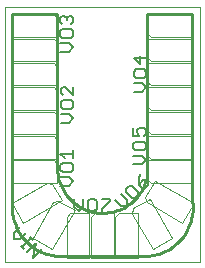
<source format=gto>
G75*
%MOIN*%
%OFA0B0*%
%FSLAX24Y24*%
%IPPOS*%
%LPD*%
%AMOC8*
5,1,8,0,0,1.08239X$1,22.5*
%
%ADD10C,0.0000*%
%ADD11C,0.0100*%
%ADD12C,0.0040*%
%ADD13C,0.0080*%
D10*
X002392Y002517D02*
X002392Y011017D01*
X008892Y011017D01*
X008892Y002517D01*
X002392Y002517D01*
D11*
X002642Y004517D02*
X002642Y010767D01*
X004142Y010767D01*
X004142Y005517D01*
X002641Y004517D02*
X002634Y004437D01*
X002631Y004357D01*
X002632Y004277D01*
X002637Y004198D01*
X002645Y004118D01*
X002658Y004039D01*
X002674Y003961D01*
X002694Y003884D01*
X002718Y003807D01*
X002746Y003732D01*
X002777Y003659D01*
X002812Y003587D01*
X002850Y003517D01*
X002892Y003448D01*
X002936Y003382D01*
X002985Y003319D01*
X003036Y003257D01*
X003090Y003198D01*
X003147Y003142D01*
X003206Y003089D01*
X003268Y003039D01*
X003333Y002991D01*
X003400Y002947D01*
X003468Y002907D01*
X003539Y002870D01*
X003611Y002836D01*
X003685Y002806D01*
X003761Y002779D01*
X003837Y002756D01*
X003915Y002737D01*
X003993Y002722D01*
X004072Y002710D01*
X004152Y002703D01*
X004232Y002699D01*
X004312Y002700D01*
X004392Y002704D01*
X006892Y002704D01*
X006891Y002704D02*
X006971Y002700D01*
X007051Y002699D01*
X007131Y002703D01*
X007211Y002710D01*
X007290Y002722D01*
X007368Y002737D01*
X007446Y002756D01*
X007522Y002779D01*
X007598Y002806D01*
X007672Y002836D01*
X007744Y002870D01*
X007815Y002907D01*
X007883Y002947D01*
X007950Y002991D01*
X008015Y003039D01*
X008077Y003089D01*
X008136Y003142D01*
X008193Y003198D01*
X008247Y003257D01*
X008298Y003319D01*
X008347Y003382D01*
X008391Y003448D01*
X008433Y003517D01*
X008471Y003587D01*
X008506Y003659D01*
X008537Y003732D01*
X008565Y003807D01*
X008589Y003884D01*
X008609Y003961D01*
X008625Y004039D01*
X008638Y004118D01*
X008646Y004198D01*
X008651Y004277D01*
X008652Y004357D01*
X008649Y004437D01*
X008642Y004517D01*
X008642Y010767D01*
X007142Y010767D01*
X007142Y005454D01*
X007130Y005379D01*
X007114Y005305D01*
X007095Y005231D01*
X007072Y005159D01*
X007045Y005087D01*
X007015Y005018D01*
X006982Y004949D01*
X006945Y004883D01*
X006904Y004819D01*
X006861Y004756D01*
X006814Y004696D01*
X006764Y004639D01*
X006712Y004584D01*
X006657Y004531D01*
X006599Y004482D01*
X006539Y004435D01*
X006477Y004392D01*
X006412Y004351D01*
X006346Y004315D01*
X006278Y004281D01*
X006208Y004251D01*
X006137Y004224D01*
X006064Y004201D01*
X005991Y004182D01*
X005916Y004167D01*
X005841Y004155D01*
X005765Y004147D01*
X005690Y004143D01*
X005614Y004142D01*
X005538Y004146D01*
X005462Y004153D01*
X005387Y004164D01*
X005312Y004179D01*
X005238Y004198D01*
X005166Y004220D01*
X005094Y004246D01*
X005024Y004275D01*
X004956Y004308D01*
X004889Y004345D01*
X004824Y004385D01*
X004761Y004427D01*
X004701Y004473D01*
X004643Y004522D01*
X004587Y004574D01*
X004534Y004629D01*
X004484Y004686D01*
X004437Y004746D01*
X004393Y004808D01*
X004352Y004872D01*
X004315Y004938D01*
X004280Y005006D01*
X004249Y005075D01*
X004222Y005146D01*
X004199Y005218D01*
X004179Y005292D01*
X004162Y005366D01*
X004150Y005441D01*
X004141Y005517D01*
D12*
X004142Y005767D02*
X004017Y005892D01*
X002642Y005892D01*
X002642Y005142D01*
X004142Y005142D01*
X004142Y005767D01*
X004142Y005954D02*
X002642Y005954D01*
X002642Y006704D01*
X004017Y006704D01*
X004142Y006579D01*
X004142Y005954D01*
X003979Y005108D02*
X003808Y005154D01*
X002617Y004466D01*
X002992Y003817D01*
X004291Y004567D01*
X003979Y005108D01*
X004175Y004541D02*
X004004Y004495D01*
X003317Y003305D01*
X003966Y002930D01*
X004716Y004229D01*
X004175Y004541D01*
X004579Y004142D02*
X004454Y004017D01*
X004454Y002642D01*
X005204Y002642D01*
X005204Y004142D01*
X004579Y004142D01*
X005267Y004017D02*
X005392Y004142D01*
X006017Y004142D01*
X006017Y002642D01*
X005267Y002642D01*
X005267Y004017D01*
X006079Y004017D02*
X006204Y004142D01*
X006829Y004142D01*
X006829Y002642D01*
X006079Y002642D01*
X006079Y004017D01*
X006629Y004120D02*
X006675Y004291D01*
X007216Y004604D01*
X007966Y003305D01*
X007317Y002930D01*
X006629Y004120D01*
X007117Y004504D02*
X007071Y004675D01*
X007384Y005216D01*
X008683Y004466D01*
X008308Y003817D01*
X007117Y004504D01*
X007267Y005142D02*
X007142Y005267D01*
X007142Y005892D01*
X008642Y005892D01*
X008642Y005142D01*
X007267Y005142D01*
X007267Y005954D02*
X007142Y006079D01*
X007142Y006704D01*
X008642Y006704D01*
X008642Y005954D01*
X007267Y005954D01*
X007267Y006767D02*
X007142Y006892D01*
X007142Y007517D01*
X008642Y007517D01*
X008642Y006767D01*
X007267Y006767D01*
X007267Y007579D02*
X007142Y007704D01*
X007142Y008329D01*
X008642Y008329D01*
X008642Y007579D01*
X007267Y007579D01*
X007267Y008392D02*
X007142Y008517D01*
X007142Y009142D01*
X008642Y009142D01*
X008642Y008392D01*
X007267Y008392D01*
X007267Y009204D02*
X007142Y009329D01*
X007142Y009954D01*
X008642Y009954D01*
X008642Y009204D01*
X007267Y009204D01*
X007267Y010017D02*
X007142Y010142D01*
X007142Y010767D01*
X008642Y010767D01*
X008642Y010017D01*
X007267Y010017D01*
X004142Y010017D02*
X002642Y010017D01*
X002642Y010767D01*
X004017Y010767D01*
X004142Y010642D01*
X004142Y010017D01*
X004017Y009954D02*
X004142Y009829D01*
X004142Y009204D01*
X002642Y009204D01*
X002642Y009954D01*
X004017Y009954D01*
X004017Y009142D02*
X004142Y009017D01*
X004142Y008392D01*
X002642Y008392D01*
X002642Y009142D01*
X004017Y009142D01*
X004017Y008329D02*
X004142Y008204D01*
X004142Y007579D01*
X002642Y007579D01*
X002642Y008329D01*
X004017Y008329D01*
X004017Y007517D02*
X004142Y007392D01*
X004142Y006767D01*
X002642Y006767D01*
X002642Y007517D01*
X004017Y007517D01*
D13*
X004256Y007431D02*
X004537Y007431D01*
X004677Y007291D01*
X004537Y007150D01*
X004256Y007150D01*
X004326Y007611D02*
X004256Y007681D01*
X004256Y007821D01*
X004326Y007891D01*
X004607Y007891D01*
X004677Y007821D01*
X004677Y007681D01*
X004607Y007611D01*
X004326Y007611D01*
X004326Y008071D02*
X004256Y008141D01*
X004256Y008281D01*
X004326Y008352D01*
X004396Y008352D01*
X004677Y008071D01*
X004677Y008352D01*
X004516Y009519D02*
X004235Y009519D01*
X004235Y009799D02*
X004516Y009799D01*
X004656Y009659D01*
X004516Y009519D01*
X004586Y009980D02*
X004305Y009980D01*
X004235Y010050D01*
X004235Y010190D01*
X004305Y010260D01*
X004586Y010260D01*
X004656Y010190D01*
X004656Y010050D01*
X004586Y009980D01*
X004586Y010440D02*
X004656Y010510D01*
X004656Y010650D01*
X004586Y010720D01*
X004516Y010720D01*
X004446Y010650D01*
X004446Y010580D01*
X004446Y010650D02*
X004376Y010720D01*
X004305Y010720D01*
X004235Y010650D01*
X004235Y010510D01*
X004305Y010440D01*
X006681Y009313D02*
X006891Y009102D01*
X006891Y009383D01*
X006681Y009313D02*
X007102Y009313D01*
X007032Y008922D02*
X006751Y008922D01*
X006681Y008852D01*
X006681Y008712D01*
X006751Y008642D01*
X007032Y008642D01*
X007102Y008712D01*
X007102Y008852D01*
X007032Y008922D01*
X006962Y008462D02*
X006681Y008462D01*
X006681Y008182D02*
X006962Y008182D01*
X007102Y008322D01*
X006962Y008462D01*
X007019Y006970D02*
X006879Y006970D01*
X006809Y006900D01*
X006809Y006830D01*
X006879Y006690D01*
X006669Y006690D01*
X006669Y006970D01*
X007019Y006970D02*
X007089Y006900D01*
X007089Y006760D01*
X007019Y006690D01*
X007019Y006510D02*
X006739Y006510D01*
X006669Y006440D01*
X006669Y006300D01*
X006739Y006230D01*
X007019Y006230D01*
X007089Y006300D01*
X007089Y006440D01*
X007019Y006510D01*
X006949Y006049D02*
X006669Y006049D01*
X006669Y005769D02*
X006949Y005769D01*
X007089Y005909D01*
X006949Y006049D01*
X006899Y005426D02*
X006850Y005277D01*
X006850Y005079D01*
X006999Y005227D01*
X007098Y005227D01*
X007147Y005178D01*
X007147Y005079D01*
X007048Y004980D01*
X006949Y004980D01*
X006850Y005079D01*
X006822Y004852D02*
X006623Y005050D01*
X006524Y005050D01*
X006425Y004951D01*
X006425Y004852D01*
X006623Y004654D01*
X006723Y004654D01*
X006822Y004753D01*
X006822Y004852D01*
X006447Y004576D02*
X006447Y004378D01*
X006248Y004378D01*
X006050Y004576D01*
X005908Y004544D02*
X005908Y004615D01*
X005627Y004615D01*
X005447Y004544D02*
X005377Y004615D01*
X005237Y004615D01*
X005167Y004544D01*
X005167Y004264D01*
X005237Y004194D01*
X005377Y004194D01*
X005447Y004264D01*
X005447Y004544D01*
X005627Y004264D02*
X005627Y004194D01*
X005627Y004264D02*
X005908Y004544D01*
X006248Y004774D02*
X006447Y004576D01*
X004987Y004615D02*
X004987Y004334D01*
X004847Y004194D01*
X004707Y004334D01*
X004707Y004615D01*
X004524Y005050D02*
X004664Y005191D01*
X004524Y005331D01*
X004244Y005331D01*
X004314Y005511D02*
X004594Y005511D01*
X004664Y005581D01*
X004664Y005721D01*
X004594Y005791D01*
X004314Y005791D01*
X004244Y005721D01*
X004244Y005581D01*
X004314Y005511D01*
X004244Y005050D02*
X004524Y005050D01*
X004384Y005971D02*
X004244Y006111D01*
X004664Y006111D01*
X004664Y005971D02*
X004664Y006252D01*
X002899Y003667D02*
X002701Y003469D01*
X002701Y003271D01*
X002899Y003271D01*
X003097Y003469D01*
X003224Y003341D02*
X003323Y003242D01*
X003274Y003292D02*
X002977Y002995D01*
X002927Y003044D02*
X003026Y002945D01*
X003144Y002827D02*
X003441Y003124D01*
X003342Y002629D01*
X003640Y002926D01*
M02*

</source>
